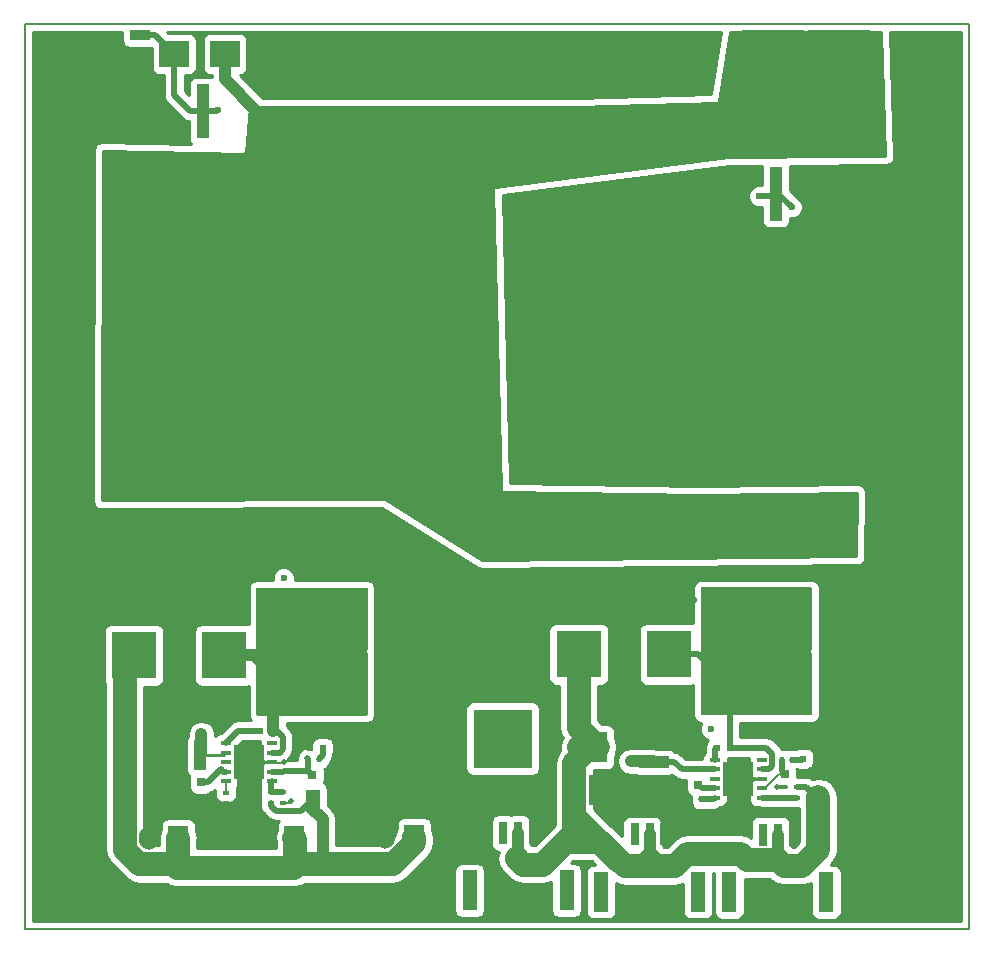
<source format=gbr>
%TF.GenerationSoftware,KiCad,Pcbnew,4.0.7*%
%TF.CreationDate,2018-04-08T16:14:44+02:00*%
%TF.ProjectId,power_board,706F7765725F626F6172642E6B696361,rev?*%
%TF.FileFunction,Copper,L1,Top,Plane*%
%FSLAX46Y46*%
G04 Gerber Fmt 4.6, Leading zero omitted, Abs format (unit mm)*
G04 Created by KiCad (PCBNEW 4.0.7) date 04/08/18 16:14:44*
%MOMM*%
%LPD*%
G01*
G04 APERTURE LIST*
%ADD10C,0.150000*%
%ADD11C,3.100000*%
%ADD12C,0.500000*%
%ADD13R,2.400000X2.400000*%
%ADD14C,2.400000*%
%ADD15R,2.500000X1.000000*%
%ADD16R,0.500000X0.600000*%
%ADD17R,0.800000X0.750000*%
%ADD18R,0.600000X0.500000*%
%ADD19R,1.600000X2.600000*%
%ADD20R,1.000000X2.500000*%
%ADD21R,0.750000X0.800000*%
%ADD22R,4.600000X1.100000*%
%ADD23R,9.400000X10.800000*%
%ADD24R,4.550000X5.250000*%
%ADD25R,2.500000X2.300000*%
%ADD26C,5.000000*%
%ADD27R,0.800000X1.900000*%
%ADD28R,1.300000X3.350000*%
%ADD29R,1.700000X2.000000*%
%ADD30O,1.700000X2.000000*%
%ADD31R,3.850000X4.000000*%
%ADD32R,1.100000X4.600000*%
%ADD33R,10.800000X9.400000*%
%ADD34R,5.250000X4.550000*%
%ADD35R,0.400000X0.600000*%
%ADD36R,0.600000X0.400000*%
%ADD37R,1.700000X0.900000*%
%ADD38R,0.850000X0.350000*%
%ADD39R,2.600000X3.000000*%
%ADD40R,5.000000X5.000000*%
%ADD41R,1.245000X1.800000*%
%ADD42C,0.600000*%
%ADD43C,1.000000*%
%ADD44C,0.200000*%
%ADD45C,0.250000*%
%ADD46C,0.500000*%
%ADD47C,2.000000*%
%ADD48C,0.254000*%
G04 APERTURE END LIST*
D10*
X104000000Y-119820000D02*
X184000000Y-119820000D01*
X104000000Y-43120000D02*
X184000000Y-43120000D01*
X184000000Y-43120000D02*
X184000000Y-119820000D01*
X104000000Y-43120000D02*
X104000000Y-119820000D01*
D11*
X107560000Y-116000000D03*
X108020000Y-47170000D03*
X179030000Y-113590000D03*
X179660000Y-60110000D03*
D12*
X173420000Y-59410000D03*
X173540000Y-55250000D03*
X112820000Y-46500000D03*
X114550000Y-52670000D03*
X114790000Y-48700000D03*
X153430000Y-109160000D03*
X153480000Y-106960000D03*
X147600000Y-111920000D03*
X147480000Y-110680000D03*
X123460000Y-106440000D03*
X122290000Y-106380000D03*
X123430000Y-104770000D03*
X122230000Y-104840000D03*
X164990000Y-107890000D03*
X163650000Y-107930000D03*
X165100000Y-106080000D03*
X163630000Y-106060000D03*
X159130000Y-107090000D03*
X160070000Y-109200000D03*
X167670000Y-107740000D03*
X170510000Y-106300000D03*
X170350000Y-103920000D03*
X139550000Y-98160000D03*
X135330000Y-98170000D03*
X135450000Y-94470000D03*
X139720000Y-94510000D03*
X116560000Y-103760000D03*
X116640000Y-106430000D03*
X121380000Y-109420000D03*
X119510000Y-109280000D03*
X126540000Y-108930000D03*
X125990000Y-105670000D03*
X127510000Y-104420000D03*
X130430000Y-106270000D03*
X132500000Y-109810000D03*
X132390000Y-107820000D03*
X158760000Y-112160000D03*
X158630000Y-110740000D03*
X169440000Y-112260000D03*
X169430000Y-110780000D03*
X176170000Y-89350000D03*
D13*
X157330000Y-52470000D03*
D14*
X157330000Y-47470000D03*
D13*
X141510000Y-63390000D03*
D14*
X146510000Y-63390000D03*
D13*
X170210000Y-85050000D03*
D14*
X170210000Y-80050000D03*
D13*
X156750000Y-85140000D03*
D14*
X156750000Y-80140000D03*
D13*
X141660000Y-76610000D03*
D14*
X146660000Y-76610000D03*
D13*
X144110000Y-52530000D03*
D14*
X144110000Y-47530000D03*
D13*
X130900000Y-52340000D03*
D14*
X130900000Y-47340000D03*
D13*
X117960000Y-81320000D03*
D14*
X117960000Y-86320000D03*
D13*
X131630000Y-81170000D03*
D14*
X131630000Y-86170000D03*
D15*
X157269847Y-105655339D03*
X157269847Y-108655339D03*
D16*
X169944007Y-105370715D03*
X169944007Y-104270715D03*
D17*
X169874007Y-106670715D03*
X168374007Y-106670715D03*
X159554007Y-107560715D03*
X161054007Y-107560715D03*
D18*
X163710000Y-104440000D03*
X162610000Y-104440000D03*
D19*
X152550000Y-104400000D03*
X152550000Y-108000000D03*
D20*
X118856567Y-105090779D03*
X115856567Y-105090779D03*
D18*
X129236567Y-104430779D03*
X128136567Y-104430779D03*
D17*
X129856567Y-106730779D03*
X128356567Y-106730779D03*
D21*
X118946567Y-108850779D03*
X118946567Y-107350779D03*
D18*
X125071431Y-102987911D03*
X123971431Y-102987911D03*
D22*
X175109400Y-98815012D03*
X175109400Y-93735012D03*
D23*
X165959400Y-96275012D03*
D24*
X163534400Y-93500012D03*
X168384400Y-99050012D03*
X163534400Y-99050012D03*
X168384400Y-93500012D03*
D22*
X137475000Y-98835000D03*
X137475000Y-93755000D03*
D23*
X128325000Y-96295000D03*
D24*
X125900000Y-93520000D03*
X130750000Y-99070000D03*
X125900000Y-99070000D03*
X130750000Y-93520000D03*
D25*
X120970000Y-45700000D03*
X116670000Y-45700000D03*
D26*
X171830000Y-67340000D03*
X160450000Y-67360000D03*
X154630000Y-67400000D03*
X160430000Y-73080000D03*
X165960000Y-73140000D03*
X171600000Y-73110000D03*
X166090000Y-67390000D03*
X154630000Y-73100000D03*
D27*
X155665001Y-111780000D03*
X156915001Y-111780000D03*
X158165001Y-111780000D03*
D28*
X152815001Y-116655000D03*
X161015001Y-116655000D03*
D27*
X166530000Y-111790000D03*
X167780000Y-111790000D03*
X169030000Y-111790000D03*
D28*
X163680000Y-116665000D03*
X171880000Y-116665000D03*
D27*
X144535001Y-111650000D03*
X145785001Y-111650000D03*
X147035001Y-111650000D03*
D28*
X141685001Y-116525000D03*
X149885001Y-116525000D03*
D29*
X126830000Y-112100000D03*
D30*
X124330000Y-112100000D03*
D29*
X117030000Y-112060000D03*
D30*
X114530000Y-112060000D03*
D29*
X136990000Y-111960000D03*
D30*
X134490000Y-111960000D03*
D31*
X158575000Y-96530000D03*
X150925000Y-96530000D03*
X120910000Y-96610000D03*
X113260000Y-96610000D03*
D32*
X167605000Y-57525000D03*
X172685000Y-57525000D03*
D33*
X170145000Y-48375000D03*
D34*
X172920000Y-45950000D03*
X167370000Y-50800000D03*
X167370000Y-45950000D03*
X172920000Y-50800000D03*
D32*
X119080000Y-50555000D03*
X114000000Y-50555000D03*
D33*
X116540000Y-59705000D03*
D34*
X113765000Y-62130000D03*
X119315000Y-57280000D03*
X119315000Y-62130000D03*
X113765000Y-57280000D03*
D35*
X168104007Y-105450715D03*
X169004007Y-105450715D03*
X161294007Y-108790715D03*
X160394007Y-108790715D03*
D36*
X169401178Y-107772170D03*
X169401178Y-108672170D03*
X168321178Y-108672170D03*
X168321178Y-107772170D03*
D37*
X113770000Y-44090000D03*
X113770000Y-46990000D03*
D35*
X128016567Y-105390779D03*
X128916567Y-105390779D03*
D36*
X121061431Y-108227911D03*
X121061431Y-109127911D03*
X124858515Y-109112519D03*
X124858515Y-108212519D03*
X125908515Y-108212519D03*
X125908515Y-109112519D03*
D38*
X162464007Y-105470715D03*
X162464007Y-106270715D03*
X162464007Y-107070715D03*
X162464007Y-107870715D03*
X162464007Y-108670715D03*
X166424007Y-108670715D03*
X166424007Y-107870715D03*
X166424007Y-107070715D03*
X166424007Y-106270715D03*
X166424007Y-105470715D03*
D39*
X164444007Y-107070715D03*
D38*
X121026567Y-104050779D03*
X121026567Y-104850779D03*
X121026567Y-105650779D03*
X121026567Y-106450779D03*
X121026567Y-107250779D03*
X124986567Y-107250779D03*
X124986567Y-106450779D03*
X124986567Y-105650779D03*
X124986567Y-104850779D03*
X124986567Y-104050779D03*
D39*
X123006567Y-105650779D03*
D40*
X123150000Y-67882000D03*
X128668172Y-73835894D03*
X128656761Y-67877405D03*
X117636267Y-67865561D03*
X123175525Y-73834743D03*
X134156761Y-67887405D03*
X134168172Y-73845894D03*
X117675525Y-73844743D03*
X144480000Y-103670000D03*
D26*
X144600000Y-97070000D03*
D40*
X134160000Y-62420000D03*
D26*
X154510000Y-61740000D03*
D41*
X128417500Y-108860000D03*
X131602500Y-108860000D03*
D42*
X122610000Y-100000000D03*
X160670000Y-91950000D03*
X176100000Y-102430000D03*
X174860000Y-102430000D03*
X155310000Y-105580000D03*
X118970000Y-103270000D03*
X125930000Y-90080000D03*
X162090000Y-102860000D03*
X168970000Y-58670000D03*
X166200000Y-57740000D03*
X120410000Y-50410000D03*
D43*
X120970000Y-45700000D02*
X120970000Y-47850000D01*
X120970000Y-47850000D02*
X123690000Y-50570000D01*
D44*
X125908515Y-109112519D02*
X126357481Y-109112519D01*
X126357481Y-109112519D02*
X126540000Y-108930000D01*
D45*
X166424007Y-107070715D02*
X164444007Y-107070715D01*
D46*
X175109400Y-93735012D02*
X175109400Y-90540598D01*
X175109400Y-90540598D02*
X176140000Y-89509998D01*
D44*
X175109400Y-98815012D02*
X175109400Y-101439400D01*
X175109400Y-101439400D02*
X176100000Y-102430000D01*
X175109400Y-98815012D02*
X175109400Y-102180600D01*
X175109400Y-102180600D02*
X174860000Y-102430000D01*
X113380000Y-48410000D02*
X113380000Y-49935000D01*
X113380000Y-49935000D02*
X114000000Y-50555000D01*
X112830000Y-46490000D02*
X113270000Y-46490000D01*
X113270000Y-46490000D02*
X113770000Y-46990000D01*
X168321178Y-107772170D02*
X167847830Y-107772170D01*
X167847830Y-107772170D02*
X167840000Y-107780000D01*
X168321178Y-107772170D02*
X168207830Y-107772170D01*
X123006567Y-105650779D02*
X124986567Y-105650779D01*
X125770000Y-105690000D02*
X125025788Y-105690000D01*
X125025788Y-105690000D02*
X124986567Y-105650779D01*
X169340000Y-106240000D02*
X169443292Y-106240000D01*
X169443292Y-106240000D02*
X169874007Y-106670715D01*
D43*
X155310000Y-105580000D02*
X157194508Y-105580000D01*
X157194508Y-105580000D02*
X157269847Y-105655339D01*
X118970000Y-103270000D02*
X118970000Y-104977346D01*
X118970000Y-104977346D02*
X118856567Y-105090779D01*
D45*
X118856567Y-105090779D02*
X120786567Y-105090779D01*
X120786567Y-105090779D02*
X121026567Y-104850779D01*
D43*
X118856567Y-105405777D02*
X118856567Y-105090779D01*
D46*
X157269847Y-105655339D02*
X159019847Y-105655339D01*
X161539007Y-106270715D02*
X162464007Y-106270715D01*
X159019847Y-105655339D02*
X159635223Y-106270715D01*
X159635223Y-106270715D02*
X161539007Y-106270715D01*
X169004007Y-105450715D02*
X169864007Y-105450715D01*
X169864007Y-105450715D02*
X169944007Y-105370715D01*
D44*
X168374007Y-106670715D02*
X167874007Y-106670715D01*
X167874007Y-106670715D02*
X166674007Y-107870715D01*
X166674007Y-107870715D02*
X166424007Y-107870715D01*
D46*
X168374007Y-106670715D02*
X168104007Y-106400715D01*
X168104007Y-106400715D02*
X168104007Y-105450715D01*
X168112631Y-106670715D02*
X168374007Y-106670715D01*
X161054007Y-107560715D02*
X161364007Y-107870715D01*
X161364007Y-107870715D02*
X162464007Y-107870715D01*
X163534400Y-99050012D02*
X168384400Y-99050012D01*
X168384400Y-93500012D02*
X163534400Y-93500012D01*
X163534400Y-93500012D02*
X163534400Y-99050012D01*
X158575000Y-96530000D02*
X161000000Y-96530000D01*
X161000000Y-96530000D02*
X163520012Y-99050012D01*
X163520012Y-99050012D02*
X163534400Y-99050012D01*
X163710000Y-104440000D02*
X163710000Y-99225612D01*
X163710000Y-99225612D02*
X163534400Y-99050012D01*
X166424007Y-106270715D02*
X167034009Y-106270715D01*
X167034009Y-106270715D02*
X167299008Y-106005716D01*
X167299008Y-106005716D02*
X167299008Y-104935714D01*
X167299008Y-104935714D02*
X166803294Y-104440000D01*
X166803294Y-104440000D02*
X164510000Y-104440000D01*
X164510000Y-104440000D02*
X163710000Y-104440000D01*
X162464007Y-105470715D02*
X162464007Y-104585993D01*
X162464007Y-104585993D02*
X162610000Y-104440000D01*
D43*
X167780000Y-111790000D02*
X167780000Y-113930002D01*
X167780000Y-113930002D02*
X167789999Y-113940001D01*
X156915001Y-111780000D02*
X156915001Y-112494999D01*
X156915001Y-112494999D02*
X156930000Y-112509998D01*
X156930000Y-112509998D02*
X156930000Y-114200000D01*
X145785001Y-111650000D02*
X145785001Y-113704999D01*
X145785001Y-113704999D02*
X145660000Y-113830000D01*
D46*
X156930000Y-114200000D02*
X156930000Y-114480001D01*
D47*
X156930000Y-114200000D02*
X156930000Y-113930001D01*
X146270001Y-114330001D02*
X146160001Y-114330001D01*
X146160001Y-114330001D02*
X145660000Y-113830000D01*
X145660000Y-113830000D02*
X145660000Y-113800001D01*
X154855000Y-114480001D02*
X156930000Y-114480001D01*
X156930000Y-114480001D02*
X159049999Y-114480001D01*
D46*
X169401178Y-107772170D02*
X170201178Y-107772170D01*
X170201178Y-107772170D02*
X171029009Y-108600001D01*
X171029009Y-108600001D02*
X171210001Y-108600001D01*
D47*
X167789999Y-113940001D02*
X168299999Y-114450001D01*
X168299999Y-114450001D02*
X169826001Y-114450001D01*
X169826001Y-114450001D02*
X171210001Y-113066001D01*
X171210001Y-113066001D02*
X171210001Y-108600001D01*
X147865002Y-114330001D02*
X149795003Y-112400000D01*
X149795003Y-112400000D02*
X152774999Y-112400000D01*
X152774999Y-112400000D02*
X154855000Y-114480001D01*
X164639998Y-113410000D02*
X165169999Y-113940001D01*
X159049999Y-114480001D02*
X160120000Y-113410000D01*
X160120000Y-113410000D02*
X164639998Y-113410000D01*
X165169999Y-113940001D02*
X167789999Y-113940001D01*
X150549999Y-110260001D02*
X150549999Y-111645004D01*
X150549999Y-111645004D02*
X147865002Y-114330001D01*
X147865002Y-114330001D02*
X146270001Y-114330001D01*
X154419998Y-114130000D02*
X150549999Y-110260001D01*
X152550000Y-104400000D02*
X151889998Y-104400000D01*
X151889998Y-104400000D02*
X150549999Y-105739999D01*
X150549999Y-105739999D02*
X150549999Y-110260001D01*
X152550000Y-104400000D02*
X150960000Y-104400000D01*
X150925000Y-96530000D02*
X150925000Y-102775000D01*
X150925000Y-102775000D02*
X152550000Y-104400000D01*
D46*
X129236567Y-104430779D02*
X129236567Y-105070779D01*
X129236567Y-105070779D02*
X128916567Y-105390779D01*
X124986567Y-106450779D02*
X125911567Y-106450779D01*
X125911567Y-106450779D02*
X125971567Y-106390779D01*
X125971567Y-106390779D02*
X128016567Y-106390779D01*
X128016567Y-105390779D02*
X128016567Y-106390779D01*
X128016567Y-106390779D02*
X128356567Y-106730779D01*
X127946567Y-105320779D02*
X128016567Y-105390779D01*
X120591564Y-106275780D02*
X120645780Y-106275780D01*
X120645780Y-106275780D02*
X120820779Y-106450779D01*
X120820779Y-106450779D02*
X121026567Y-106450779D01*
X118946567Y-107350779D02*
X119516565Y-107350779D01*
X119516565Y-107350779D02*
X120591564Y-106275780D01*
X124986567Y-104850779D02*
X125596569Y-104850779D01*
X125596569Y-104850779D02*
X125861568Y-104585780D01*
X125861568Y-104585780D02*
X125861568Y-103515778D01*
X125861568Y-103515778D02*
X125333701Y-102987911D01*
X125333701Y-102987911D02*
X125071431Y-102987911D01*
D43*
X120910000Y-96610000D02*
X123440000Y-96610000D01*
X123440000Y-96610000D02*
X125900000Y-99070000D01*
X125071431Y-102987911D02*
X125071431Y-99898569D01*
X125071431Y-99898569D02*
X125900000Y-99070000D01*
D46*
X123971431Y-102987911D02*
X122089435Y-102987911D01*
X122089435Y-102987911D02*
X121026567Y-104050779D01*
X124858515Y-109112519D02*
X124858515Y-109372521D01*
X124858515Y-109372521D02*
X125248514Y-109762520D01*
X125248514Y-109762520D02*
X127447480Y-109762520D01*
X127447480Y-109762520D02*
X128350000Y-108860000D01*
X128350000Y-108860000D02*
X128417500Y-108860000D01*
D47*
X126820000Y-114600000D02*
X126820000Y-114380000D01*
X126820000Y-114380000D02*
X126900000Y-114300000D01*
X116910000Y-114600000D02*
X116910000Y-114380000D01*
X116910000Y-114380000D02*
X116990000Y-114300000D01*
D43*
X129230000Y-110470000D02*
X128176001Y-109416001D01*
D47*
X129230000Y-114300000D02*
X135199151Y-114300000D01*
X126900000Y-114300000D02*
X129230000Y-114300000D01*
D43*
X129230000Y-114300000D02*
X129230000Y-110470000D01*
D47*
X116910000Y-114600000D02*
X126820000Y-114600000D01*
X113720849Y-114300000D02*
X116990000Y-114300000D01*
X116990000Y-114300000D02*
X116990000Y-112100000D01*
X116990000Y-112100000D02*
X117030000Y-112060000D01*
X126900000Y-114300000D02*
X126900000Y-112170000D01*
X126900000Y-112170000D02*
X126830000Y-112100000D01*
X135199151Y-114300000D02*
X136990000Y-112509151D01*
X136990000Y-112509151D02*
X136990000Y-111960000D01*
X113260000Y-96610000D02*
X113260000Y-96685000D01*
X113260000Y-96685000D02*
X112479990Y-97465010D01*
X112479990Y-97465010D02*
X112479990Y-113059141D01*
X112479990Y-113059141D02*
X113720849Y-114300000D01*
D46*
X126780000Y-112050000D02*
X126830000Y-112100000D01*
X136990000Y-111810000D02*
X136990000Y-111960000D01*
X167605000Y-57525000D02*
X167825000Y-57525000D01*
X167825000Y-57525000D02*
X168970000Y-58670000D01*
X166200000Y-57740000D02*
X167390000Y-57740000D01*
X167390000Y-57740000D02*
X167605000Y-57525000D01*
X119080000Y-50555000D02*
X120265000Y-50555000D01*
X120265000Y-50555000D02*
X120410000Y-50410000D01*
X116670000Y-45700000D02*
X116670000Y-49195000D01*
X116670000Y-49195000D02*
X118030000Y-50555000D01*
X118030000Y-50555000D02*
X119080000Y-50555000D01*
X113770000Y-44090000D02*
X115060000Y-44090000D01*
X115060000Y-44090000D02*
X116670000Y-45700000D01*
X161294007Y-108790715D02*
X162344007Y-108790715D01*
X162344007Y-108790715D02*
X162464007Y-108670715D01*
X168820000Y-108672170D02*
X168082170Y-108672170D01*
X169401178Y-108672170D02*
X168820000Y-108672170D01*
X168820000Y-108672170D02*
X168818545Y-108670715D01*
X168818545Y-108670715D02*
X166424007Y-108670715D01*
D44*
X121026567Y-107250779D02*
X121026567Y-108193047D01*
X121026567Y-108193047D02*
X121061431Y-108227911D01*
D46*
X124858515Y-108212519D02*
X124858515Y-107378831D01*
X124858515Y-107378831D02*
X124986567Y-107250779D01*
X124858515Y-108212519D02*
X125908515Y-108212519D01*
D48*
G36*
X176848654Y-54344076D02*
X173727883Y-54369752D01*
X173716810Y-54365154D01*
X173364735Y-54364847D01*
X173345246Y-54372900D01*
X163608955Y-54453004D01*
X163594138Y-54453994D01*
X143814138Y-56943994D01*
X143766364Y-56960093D01*
X143728618Y-56993510D01*
X143706847Y-57038980D01*
X143703040Y-57073175D01*
X144343040Y-82663175D01*
X144354278Y-82712320D01*
X144383750Y-82753220D01*
X144426813Y-82779432D01*
X144467875Y-82786982D01*
X161197875Y-83066982D01*
X161201564Y-83066990D01*
X174471842Y-82903587D01*
X174424123Y-88224180D01*
X142735893Y-88522657D01*
X134492339Y-83367322D01*
X134424338Y-83348002D01*
X110557344Y-83472335D01*
X110636655Y-53948901D01*
X122588108Y-54126986D01*
X122637662Y-54117717D01*
X122679705Y-54089900D01*
X122707614Y-54047917D01*
X122716473Y-54011556D01*
X123065925Y-50187000D01*
X150770000Y-50187000D01*
X150773840Y-50186942D01*
X162673840Y-49826942D01*
X162722925Y-49815447D01*
X162763671Y-49785760D01*
X162795514Y-49719371D01*
X163704425Y-43830000D01*
X176491927Y-43830000D01*
X176848654Y-54344076D01*
X176848654Y-54344076D01*
G37*
X176848654Y-54344076D02*
X173727883Y-54369752D01*
X173716810Y-54365154D01*
X173364735Y-54364847D01*
X173345246Y-54372900D01*
X163608955Y-54453004D01*
X163594138Y-54453994D01*
X143814138Y-56943994D01*
X143766364Y-56960093D01*
X143728618Y-56993510D01*
X143706847Y-57038980D01*
X143703040Y-57073175D01*
X144343040Y-82663175D01*
X144354278Y-82712320D01*
X144383750Y-82753220D01*
X144426813Y-82779432D01*
X144467875Y-82786982D01*
X161197875Y-83066982D01*
X161201564Y-83066990D01*
X174471842Y-82903587D01*
X174424123Y-88224180D01*
X142735893Y-88522657D01*
X134492339Y-83367322D01*
X134424338Y-83348002D01*
X110557344Y-83472335D01*
X110636655Y-53948901D01*
X122588108Y-54126986D01*
X122637662Y-54117717D01*
X122679705Y-54089900D01*
X122707614Y-54047917D01*
X122716473Y-54011556D01*
X123065925Y-50187000D01*
X150770000Y-50187000D01*
X150773840Y-50186942D01*
X162673840Y-49826942D01*
X162722925Y-49815447D01*
X162763671Y-49785760D01*
X162795514Y-49719371D01*
X163704425Y-43830000D01*
X176491927Y-43830000D01*
X176848654Y-54344076D01*
G36*
X112272560Y-44540000D02*
X112316838Y-44775317D01*
X112455910Y-44991441D01*
X112668110Y-45136431D01*
X112920000Y-45187440D01*
X114620000Y-45187440D01*
X114772560Y-45158734D01*
X114772560Y-46850000D01*
X114816838Y-47085317D01*
X114955910Y-47301441D01*
X115168110Y-47446431D01*
X115420000Y-47497440D01*
X115785000Y-47497440D01*
X115785000Y-49194995D01*
X115784999Y-49195000D01*
X115830750Y-49425000D01*
X115852367Y-49533675D01*
X115908583Y-49617808D01*
X116044210Y-49820790D01*
X117404208Y-51180787D01*
X117404210Y-51180790D01*
X117691325Y-51372633D01*
X117882560Y-51410672D01*
X117882560Y-52855000D01*
X117926838Y-53090317D01*
X118060112Y-53297431D01*
X110519461Y-53185070D01*
X110280795Y-53227809D01*
X110068457Y-53363639D01*
X109925695Y-53571379D01*
X109875002Y-53818294D01*
X109795002Y-83598294D01*
X109839637Y-83833874D01*
X109977140Y-84045132D01*
X110186000Y-84186250D01*
X110433308Y-84234991D01*
X134244308Y-84110950D01*
X142363304Y-89188388D01*
X142705981Y-89284972D01*
X174555981Y-88984972D01*
X174775481Y-88943619D01*
X174988667Y-88809125D01*
X175132732Y-88602287D01*
X175184974Y-88355695D01*
X175234974Y-82780695D01*
X175188686Y-82536938D01*
X175049687Y-82326662D01*
X174839829Y-82187032D01*
X174592182Y-82140048D01*
X161201397Y-82304935D01*
X145089575Y-82035281D01*
X144479162Y-57628292D01*
X163652412Y-55214673D01*
X166414253Y-55191950D01*
X166407560Y-55225000D01*
X166407560Y-56813783D01*
X166386799Y-56805162D01*
X166014833Y-56804838D01*
X165671057Y-56946883D01*
X165407808Y-57209673D01*
X165265162Y-57553201D01*
X165264838Y-57925167D01*
X165406883Y-58268943D01*
X165669673Y-58532192D01*
X166013201Y-58674838D01*
X166385167Y-58675162D01*
X166407560Y-58665909D01*
X166407560Y-59825000D01*
X166451838Y-60060317D01*
X166590910Y-60276441D01*
X166803110Y-60421431D01*
X167055000Y-60472440D01*
X168155000Y-60472440D01*
X168390317Y-60428162D01*
X168606441Y-60289090D01*
X168751431Y-60076890D01*
X168802440Y-59825000D01*
X168802440Y-59604855D01*
X169155167Y-59605162D01*
X169498943Y-59463117D01*
X169762192Y-59200327D01*
X169904838Y-58856799D01*
X169905162Y-58484833D01*
X169763117Y-58141057D01*
X169500327Y-57877808D01*
X169379013Y-57827434D01*
X168802440Y-57250860D01*
X168802440Y-55225000D01*
X168792539Y-55172383D01*
X176985224Y-55104979D01*
X177230722Y-55053407D01*
X177437947Y-54909897D01*
X177573012Y-54697073D01*
X177614635Y-54448468D01*
X177254366Y-43830000D01*
X183290000Y-43830000D01*
X183290000Y-119110000D01*
X104710000Y-119110000D01*
X104710000Y-94610000D01*
X110687560Y-94610000D01*
X110687560Y-98610000D01*
X110731838Y-98845317D01*
X110844990Y-99021160D01*
X110844990Y-113059136D01*
X110844989Y-113059141D01*
X110969447Y-113684829D01*
X111323870Y-114215261D01*
X112564727Y-115456117D01*
X112564729Y-115456120D01*
X113095162Y-115810543D01*
X113720849Y-115935001D01*
X113720854Y-115935000D01*
X116021594Y-115935000D01*
X116284313Y-116110543D01*
X116910000Y-116235000D01*
X126820000Y-116235000D01*
X127445687Y-116110543D01*
X127708406Y-115935000D01*
X135199146Y-115935000D01*
X135199151Y-115935001D01*
X135824839Y-115810543D01*
X136355271Y-115456120D01*
X136961391Y-114850000D01*
X140387561Y-114850000D01*
X140387561Y-118200000D01*
X140431839Y-118435317D01*
X140570911Y-118651441D01*
X140783111Y-118796431D01*
X141035001Y-118847440D01*
X142335001Y-118847440D01*
X142570318Y-118803162D01*
X142786442Y-118664090D01*
X142931432Y-118451890D01*
X142982441Y-118200000D01*
X142982441Y-114850000D01*
X142938163Y-114614683D01*
X142799091Y-114398559D01*
X142586891Y-114253569D01*
X142335001Y-114202560D01*
X141035001Y-114202560D01*
X140799684Y-114246838D01*
X140583560Y-114385910D01*
X140438570Y-114598110D01*
X140387561Y-114850000D01*
X136961391Y-114850000D01*
X138146120Y-113665271D01*
X138500543Y-113134839D01*
X138625001Y-112509151D01*
X138625000Y-112509146D01*
X138625000Y-111960000D01*
X138500543Y-111334313D01*
X138487440Y-111314703D01*
X138487440Y-110960000D01*
X138443162Y-110724683D01*
X138427279Y-110700000D01*
X143487561Y-110700000D01*
X143487561Y-112600000D01*
X143531839Y-112835317D01*
X143670911Y-113051441D01*
X143883111Y-113196431D01*
X144134915Y-113247423D01*
X144025000Y-113800001D01*
X144025000Y-113829995D01*
X144024999Y-113830000D01*
X144149457Y-114455688D01*
X144503880Y-114986120D01*
X145003879Y-115486118D01*
X145003881Y-115486121D01*
X145234991Y-115640543D01*
X145534313Y-115840544D01*
X146160001Y-115965001D01*
X147864997Y-115965001D01*
X147865002Y-115965002D01*
X148490690Y-115840544D01*
X148587561Y-115775817D01*
X148587561Y-118200000D01*
X148631839Y-118435317D01*
X148770911Y-118651441D01*
X148983111Y-118796431D01*
X149235001Y-118847440D01*
X150535001Y-118847440D01*
X150770318Y-118803162D01*
X150986442Y-118664090D01*
X151131432Y-118451890D01*
X151182441Y-118200000D01*
X151182441Y-114850000D01*
X151138163Y-114614683D01*
X150999091Y-114398559D01*
X150786891Y-114253569D01*
X150535001Y-114202560D01*
X150304683Y-114202560D01*
X150472242Y-114035000D01*
X152012758Y-114035000D01*
X152310318Y-114332560D01*
X152165001Y-114332560D01*
X151929684Y-114376838D01*
X151713560Y-114515910D01*
X151568570Y-114728110D01*
X151517561Y-114980000D01*
X151517561Y-118330000D01*
X151561839Y-118565317D01*
X151700911Y-118781441D01*
X151913111Y-118926431D01*
X152165001Y-118977440D01*
X153465001Y-118977440D01*
X153700318Y-118933162D01*
X153916442Y-118794090D01*
X154061432Y-118581890D01*
X154112441Y-118330000D01*
X154112441Y-115912453D01*
X154229313Y-115990544D01*
X154855000Y-116115002D01*
X154855005Y-116115001D01*
X159049994Y-116115001D01*
X159049999Y-116115002D01*
X159675687Y-115990544D01*
X159717561Y-115962565D01*
X159717561Y-118330000D01*
X159761839Y-118565317D01*
X159900911Y-118781441D01*
X160113111Y-118926431D01*
X160365001Y-118977440D01*
X161665001Y-118977440D01*
X161900318Y-118933162D01*
X162116442Y-118794090D01*
X162261432Y-118581890D01*
X162312441Y-118330000D01*
X162312441Y-115045000D01*
X162382560Y-115045000D01*
X162382560Y-118340000D01*
X162426838Y-118575317D01*
X162565910Y-118791441D01*
X162778110Y-118936431D01*
X163030000Y-118987440D01*
X164330000Y-118987440D01*
X164565317Y-118943162D01*
X164781441Y-118804090D01*
X164926431Y-118591890D01*
X164977440Y-118340000D01*
X164977440Y-115536699D01*
X165169999Y-115575002D01*
X165170004Y-115575001D01*
X167112759Y-115575001D01*
X167143879Y-115606121D01*
X167674311Y-115960544D01*
X168299999Y-116085002D01*
X168300004Y-116085001D01*
X169825996Y-116085001D01*
X169826001Y-116085002D01*
X170451689Y-115960544D01*
X170582560Y-115873099D01*
X170582560Y-118340000D01*
X170626838Y-118575317D01*
X170765910Y-118791441D01*
X170978110Y-118936431D01*
X171230000Y-118987440D01*
X172530000Y-118987440D01*
X172765317Y-118943162D01*
X172981441Y-118804090D01*
X173126431Y-118591890D01*
X173177440Y-118340000D01*
X173177440Y-114990000D01*
X173133162Y-114754683D01*
X172994090Y-114538559D01*
X172781890Y-114393569D01*
X172530000Y-114342560D01*
X172245681Y-114342560D01*
X172366118Y-114222123D01*
X172366121Y-114222121D01*
X172720544Y-113691688D01*
X172745925Y-113564090D01*
X172845002Y-113066001D01*
X172845001Y-113065996D01*
X172845001Y-108600001D01*
X172720544Y-107974314D01*
X172366121Y-107443881D01*
X171835688Y-107089458D01*
X171210001Y-106965001D01*
X170705655Y-107065322D01*
X170539853Y-106954537D01*
X170452745Y-106937210D01*
X170201178Y-106887169D01*
X170201173Y-106887170D01*
X169421447Y-106887170D01*
X169421447Y-106357241D01*
X169439324Y-106353877D01*
X169467549Y-106335715D01*
X169864002Y-106335715D01*
X169864007Y-106335716D01*
X169952290Y-106318155D01*
X170194007Y-106318155D01*
X170429324Y-106273877D01*
X170645448Y-106134805D01*
X170790438Y-105922605D01*
X170841447Y-105670715D01*
X170841447Y-105070715D01*
X170797169Y-104835398D01*
X170658097Y-104619274D01*
X170445897Y-104474284D01*
X170194007Y-104423275D01*
X169694007Y-104423275D01*
X169458690Y-104467553D01*
X169355501Y-104533953D01*
X169204007Y-104503275D01*
X168804007Y-104503275D01*
X168568690Y-104547553D01*
X168557028Y-104555057D01*
X168555897Y-104554284D01*
X168304007Y-104503275D01*
X168053990Y-104503275D01*
X167924798Y-104309924D01*
X167924795Y-104309922D01*
X167429084Y-103814210D01*
X167415284Y-103804989D01*
X167141969Y-103622367D01*
X167085778Y-103611190D01*
X166803294Y-103554999D01*
X166803289Y-103555000D01*
X164595000Y-103555000D01*
X164595000Y-102322452D01*
X170659400Y-102322452D01*
X170894717Y-102278174D01*
X171110841Y-102139102D01*
X171255831Y-101926902D01*
X171306840Y-101675012D01*
X171306840Y-90875012D01*
X171262562Y-90639695D01*
X171123490Y-90423571D01*
X170911290Y-90278581D01*
X170659400Y-90227572D01*
X161259400Y-90227572D01*
X161024083Y-90271850D01*
X160807959Y-90410922D01*
X160662969Y-90623122D01*
X160611960Y-90875012D01*
X160611960Y-93905232D01*
X160500000Y-93882560D01*
X156650000Y-93882560D01*
X156414683Y-93926838D01*
X156198559Y-94065910D01*
X156053569Y-94278110D01*
X156002560Y-94530000D01*
X156002560Y-98530000D01*
X156046838Y-98765317D01*
X156185910Y-98981441D01*
X156398110Y-99126431D01*
X156650000Y-99177440D01*
X160500000Y-99177440D01*
X160611960Y-99156373D01*
X160611960Y-101675012D01*
X160656238Y-101910329D01*
X160795310Y-102126453D01*
X161007510Y-102271443D01*
X161259400Y-102322452D01*
X161305042Y-102322452D01*
X161297808Y-102329673D01*
X161155162Y-102673201D01*
X161154838Y-103045167D01*
X161296883Y-103388943D01*
X161559673Y-103652192D01*
X161831738Y-103765164D01*
X161713569Y-103938110D01*
X161662560Y-104190000D01*
X161662560Y-104223094D01*
X161646374Y-104247318D01*
X161646374Y-104247319D01*
X161579006Y-104585993D01*
X161579007Y-104585998D01*
X161579007Y-104844152D01*
X161442576Y-105043825D01*
X161391567Y-105295715D01*
X161391567Y-105385715D01*
X160001802Y-105385715D01*
X159645637Y-105029549D01*
X159618907Y-105011689D01*
X159358522Y-104837706D01*
X159280619Y-104822210D01*
X159027694Y-104771899D01*
X158983937Y-104703898D01*
X158771737Y-104558908D01*
X158519847Y-104507899D01*
X157510722Y-104507899D01*
X157194508Y-104445000D01*
X155310000Y-104445000D01*
X154875654Y-104531397D01*
X154507434Y-104777434D01*
X154261397Y-105145654D01*
X154175000Y-105580000D01*
X154261397Y-106014346D01*
X154507434Y-106382566D01*
X154875654Y-106628603D01*
X155310000Y-106715000D01*
X155714142Y-106715000D01*
X155767957Y-106751770D01*
X156019847Y-106802779D01*
X158519847Y-106802779D01*
X158755164Y-106758501D01*
X158825908Y-106712979D01*
X159009431Y-106896502D01*
X159009433Y-106896505D01*
X159268271Y-107069454D01*
X159296548Y-107088348D01*
X159635223Y-107155716D01*
X159635228Y-107155715D01*
X160012642Y-107155715D01*
X160006567Y-107185715D01*
X160006567Y-107935715D01*
X160050845Y-108171032D01*
X160189917Y-108387156D01*
X160402117Y-108532146D01*
X160446567Y-108541147D01*
X160446567Y-108601889D01*
X160409007Y-108790715D01*
X160446567Y-108979541D01*
X160446567Y-109090715D01*
X160490845Y-109326032D01*
X160629917Y-109542156D01*
X160842117Y-109687146D01*
X161094007Y-109738155D01*
X161494007Y-109738155D01*
X161729324Y-109693877D01*
X161757549Y-109675715D01*
X162344002Y-109675715D01*
X162344007Y-109675716D01*
X162626491Y-109619525D01*
X162682682Y-109608348D01*
X162855082Y-109493155D01*
X162889007Y-109493155D01*
X163124324Y-109448877D01*
X163340448Y-109309805D01*
X163485438Y-109097605D01*
X163536447Y-108845715D01*
X163536447Y-108495715D01*
X163492556Y-108262455D01*
X163536447Y-108045715D01*
X163536447Y-107695715D01*
X163492556Y-107462455D01*
X163536447Y-107245715D01*
X163536447Y-106895715D01*
X163492556Y-106662455D01*
X163536447Y-106445715D01*
X163536447Y-106095715D01*
X163492556Y-105862455D01*
X163536447Y-105645715D01*
X163536447Y-105337440D01*
X164010000Y-105337440D01*
X164076113Y-105325000D01*
X165351567Y-105325000D01*
X165351567Y-105645715D01*
X165395458Y-105878975D01*
X165351567Y-106095715D01*
X165351567Y-106445715D01*
X165395845Y-106681032D01*
X165534917Y-106897156D01*
X165747117Y-107042146D01*
X165884127Y-107069891D01*
X165763690Y-107092553D01*
X165547566Y-107231625D01*
X165402576Y-107443825D01*
X165351567Y-107695715D01*
X165351567Y-108045715D01*
X165395458Y-108278975D01*
X165351567Y-108495715D01*
X165351567Y-108845715D01*
X165395845Y-109081032D01*
X165534917Y-109297156D01*
X165747117Y-109442146D01*
X165999007Y-109493155D01*
X166109498Y-109493155D01*
X166424007Y-109555715D01*
X168074855Y-109555715D01*
X168082170Y-109557170D01*
X168819995Y-109557170D01*
X168820000Y-109557171D01*
X168820005Y-109557170D01*
X169401178Y-109557170D01*
X169575001Y-109522594D01*
X169575001Y-112388762D01*
X169148761Y-112815001D01*
X168977239Y-112815001D01*
X168946119Y-112783881D01*
X168915000Y-112763088D01*
X168915000Y-111790000D01*
X168828603Y-111355654D01*
X168827440Y-111353913D01*
X168827440Y-110840000D01*
X168783162Y-110604683D01*
X168644090Y-110388559D01*
X168431890Y-110243569D01*
X168180000Y-110192560D01*
X167380000Y-110192560D01*
X167146740Y-110236451D01*
X166930000Y-110192560D01*
X166130000Y-110192560D01*
X165894683Y-110236838D01*
X165678559Y-110375910D01*
X165533569Y-110588110D01*
X165482560Y-110840000D01*
X165482560Y-112044367D01*
X165265686Y-111899457D01*
X164639998Y-111774999D01*
X164639993Y-111775000D01*
X160120005Y-111775000D01*
X160120000Y-111774999D01*
X159494312Y-111899457D01*
X158963880Y-112253880D01*
X158372759Y-112845001D01*
X158133641Y-112845001D01*
X158086120Y-112773881D01*
X158065000Y-112759769D01*
X158065000Y-112509998D01*
X158050001Y-112434593D01*
X158050001Y-111780000D01*
X157963604Y-111345654D01*
X157962441Y-111343913D01*
X157962441Y-110830000D01*
X157918163Y-110594683D01*
X157779091Y-110378559D01*
X157566891Y-110233569D01*
X157315001Y-110182560D01*
X156515001Y-110182560D01*
X156281741Y-110226451D01*
X156065001Y-110182560D01*
X155265001Y-110182560D01*
X155029684Y-110226838D01*
X154813560Y-110365910D01*
X154668570Y-110578110D01*
X154617561Y-110830000D01*
X154617561Y-111930322D01*
X153931119Y-111243880D01*
X153674955Y-111072717D01*
X152184999Y-109582761D01*
X152184999Y-106417239D01*
X152254798Y-106347440D01*
X153350000Y-106347440D01*
X153585317Y-106303162D01*
X153801441Y-106164090D01*
X153946431Y-105951890D01*
X153997440Y-105700000D01*
X153997440Y-105120128D01*
X154060543Y-105025688D01*
X154185001Y-104400000D01*
X154060543Y-103774312D01*
X153997440Y-103679872D01*
X153997440Y-103100000D01*
X153953162Y-102864683D01*
X153814090Y-102648559D01*
X153601890Y-102503569D01*
X153350000Y-102452560D01*
X152914800Y-102452560D01*
X152560000Y-102097760D01*
X152560000Y-99177440D01*
X152850000Y-99177440D01*
X153085317Y-99133162D01*
X153301441Y-98994090D01*
X153446431Y-98781890D01*
X153497440Y-98530000D01*
X153497440Y-94530000D01*
X153453162Y-94294683D01*
X153314090Y-94078559D01*
X153101890Y-93933569D01*
X152850000Y-93882560D01*
X149000000Y-93882560D01*
X148764683Y-93926838D01*
X148548559Y-94065910D01*
X148403569Y-94278110D01*
X148352560Y-94530000D01*
X148352560Y-98530000D01*
X148396838Y-98765317D01*
X148535910Y-98981441D01*
X148748110Y-99126431D01*
X149000000Y-99177440D01*
X149290000Y-99177440D01*
X149290000Y-102774995D01*
X149289999Y-102775000D01*
X149414457Y-103400688D01*
X149556781Y-103613691D01*
X149449457Y-103774313D01*
X149325000Y-104400000D01*
X149368986Y-104621134D01*
X149039456Y-105114311D01*
X148914998Y-105739999D01*
X148914999Y-105740004D01*
X148914999Y-110259996D01*
X148914998Y-110260001D01*
X148914999Y-110260006D01*
X148914999Y-110967765D01*
X148638885Y-111243879D01*
X148638883Y-111243880D01*
X148638882Y-111243882D01*
X147628883Y-112253880D01*
X147187762Y-112695001D01*
X146920001Y-112695001D01*
X146920001Y-111650000D01*
X146833604Y-111215654D01*
X146832441Y-111213913D01*
X146832441Y-110700000D01*
X146788163Y-110464683D01*
X146649091Y-110248559D01*
X146436891Y-110103569D01*
X146185001Y-110052560D01*
X145385001Y-110052560D01*
X145151741Y-110096451D01*
X144935001Y-110052560D01*
X144135001Y-110052560D01*
X143899684Y-110096838D01*
X143683560Y-110235910D01*
X143538570Y-110448110D01*
X143487561Y-110700000D01*
X138427279Y-110700000D01*
X138304090Y-110508559D01*
X138091890Y-110363569D01*
X137840000Y-110312560D01*
X136140000Y-110312560D01*
X135904683Y-110356838D01*
X135688559Y-110495910D01*
X135543569Y-110708110D01*
X135492560Y-110960000D01*
X135492560Y-111314703D01*
X135479457Y-111334313D01*
X135386805Y-111800106D01*
X134521911Y-112665000D01*
X130365000Y-112665000D01*
X130365000Y-110470000D01*
X130356049Y-110424999D01*
X130278604Y-110035655D01*
X130032566Y-109667434D01*
X129687440Y-109322308D01*
X129687440Y-107960000D01*
X129643162Y-107724683D01*
X129504090Y-107508559D01*
X129330801Y-107390156D01*
X129352998Y-107357669D01*
X129404007Y-107105779D01*
X129404007Y-106355779D01*
X129387999Y-106270702D01*
X129568008Y-106154869D01*
X129712998Y-105942669D01*
X129737563Y-105821362D01*
X129862354Y-105696571D01*
X129862357Y-105696569D01*
X130054200Y-105409454D01*
X130121567Y-105070779D01*
X130121567Y-104949399D01*
X130132998Y-104932669D01*
X130184007Y-104680779D01*
X130184007Y-104180779D01*
X130139729Y-103945462D01*
X130000657Y-103729338D01*
X129788457Y-103584348D01*
X129536567Y-103533339D01*
X128936567Y-103533339D01*
X128701250Y-103577617D01*
X128485126Y-103716689D01*
X128340136Y-103928889D01*
X128289127Y-104180779D01*
X128289127Y-104458033D01*
X128216567Y-104443339D01*
X127984578Y-104443339D01*
X127946567Y-104435778D01*
X127908556Y-104443339D01*
X127816567Y-104443339D01*
X127581250Y-104487617D01*
X127365126Y-104626689D01*
X127220136Y-104838889D01*
X127218183Y-104848533D01*
X127128934Y-104982105D01*
X127061566Y-105320779D01*
X127098366Y-105505779D01*
X126178643Y-105505779D01*
X126222359Y-105476569D01*
X126487355Y-105211572D01*
X126487358Y-105211570D01*
X126679201Y-104924455D01*
X126684299Y-104898825D01*
X126746569Y-104585780D01*
X126746568Y-104585775D01*
X126746568Y-103515783D01*
X126746569Y-103515778D01*
X126689393Y-103228339D01*
X126679201Y-103177103D01*
X126487358Y-102889988D01*
X126487355Y-102889986D01*
X126206431Y-102609061D01*
X126206431Y-102342440D01*
X133025000Y-102342440D01*
X133260317Y-102298162D01*
X133476441Y-102159090D01*
X133621431Y-101946890D01*
X133672440Y-101695000D01*
X133672440Y-101170000D01*
X141332560Y-101170000D01*
X141332560Y-106170000D01*
X141376838Y-106405317D01*
X141515910Y-106621441D01*
X141728110Y-106766431D01*
X141980000Y-106817440D01*
X146980000Y-106817440D01*
X147215317Y-106773162D01*
X147431441Y-106634090D01*
X147576431Y-106421890D01*
X147627440Y-106170000D01*
X147627440Y-101170000D01*
X147583162Y-100934683D01*
X147444090Y-100718559D01*
X147231890Y-100573569D01*
X146980000Y-100522560D01*
X141980000Y-100522560D01*
X141744683Y-100566838D01*
X141528559Y-100705910D01*
X141383569Y-100918110D01*
X141332560Y-101170000D01*
X133672440Y-101170000D01*
X133672440Y-90895000D01*
X133628162Y-90659683D01*
X133489090Y-90443559D01*
X133276890Y-90298569D01*
X133025000Y-90247560D01*
X126864855Y-90247560D01*
X126865162Y-89894833D01*
X126723117Y-89551057D01*
X126460327Y-89287808D01*
X126116799Y-89145162D01*
X125744833Y-89144838D01*
X125401057Y-89286883D01*
X125137808Y-89549673D01*
X124995162Y-89893201D01*
X124994853Y-90247560D01*
X123625000Y-90247560D01*
X123389683Y-90291838D01*
X123173559Y-90430910D01*
X123028569Y-90643110D01*
X122977560Y-90895000D01*
X122977560Y-93991429D01*
X122835000Y-93962560D01*
X118985000Y-93962560D01*
X118749683Y-94006838D01*
X118533559Y-94145910D01*
X118388569Y-94358110D01*
X118337560Y-94610000D01*
X118337560Y-98610000D01*
X118381838Y-98845317D01*
X118520910Y-99061441D01*
X118733110Y-99206431D01*
X118985000Y-99257440D01*
X122835000Y-99257440D01*
X122977560Y-99230615D01*
X122977560Y-101695000D01*
X123021838Y-101930317D01*
X123132899Y-102102911D01*
X122089435Y-102102911D01*
X121750760Y-102170278D01*
X121463645Y-102362121D01*
X121463643Y-102362124D01*
X120596468Y-103229299D01*
X120366250Y-103272617D01*
X120150126Y-103411689D01*
X120105000Y-103477733D01*
X120105000Y-103270000D01*
X120018603Y-102835654D01*
X119772566Y-102467434D01*
X119404346Y-102221397D01*
X118970000Y-102135000D01*
X118535654Y-102221397D01*
X118167434Y-102467434D01*
X117921397Y-102835654D01*
X117835000Y-103270000D01*
X117835000Y-103479322D01*
X117760136Y-103588889D01*
X117709127Y-103840779D01*
X117709127Y-106340779D01*
X117753405Y-106576096D01*
X117892477Y-106792220D01*
X117948486Y-106830489D01*
X117924127Y-106950779D01*
X117924127Y-107750779D01*
X117968405Y-107986096D01*
X118107477Y-108202220D01*
X118319677Y-108347210D01*
X118571567Y-108398219D01*
X119321567Y-108398219D01*
X119556884Y-108353941D01*
X119773008Y-108214869D01*
X119796809Y-108180035D01*
X119842068Y-108171032D01*
X119855240Y-108168412D01*
X120121577Y-107990453D01*
X120113991Y-108027911D01*
X120113991Y-108427911D01*
X120158269Y-108663228D01*
X120297341Y-108879352D01*
X120509541Y-109024342D01*
X120761431Y-109075351D01*
X121361431Y-109075351D01*
X121596748Y-109031073D01*
X121812872Y-108892001D01*
X121957862Y-108679801D01*
X122008871Y-108427911D01*
X122008871Y-108027911D01*
X121965647Y-107798194D01*
X122047998Y-107677669D01*
X122099007Y-107425779D01*
X122099007Y-107075779D01*
X122055116Y-106842519D01*
X122099007Y-106625779D01*
X122099007Y-106275779D01*
X122055116Y-106042519D01*
X122099007Y-105825779D01*
X122099007Y-105475779D01*
X122055116Y-105242519D01*
X122099007Y-105025779D01*
X122099007Y-104675779D01*
X122055116Y-104442519D01*
X122097956Y-104230970D01*
X122456014Y-103872911D01*
X123610000Y-103872911D01*
X123671431Y-103885351D01*
X123914127Y-103885351D01*
X123914127Y-104225779D01*
X123958018Y-104459039D01*
X123914127Y-104675779D01*
X123914127Y-105025779D01*
X123958405Y-105261096D01*
X124097477Y-105477220D01*
X124309677Y-105622210D01*
X124446687Y-105649955D01*
X124326250Y-105672617D01*
X124110126Y-105811689D01*
X123965136Y-106023889D01*
X123914127Y-106275779D01*
X123914127Y-106625779D01*
X123958018Y-106859039D01*
X123914127Y-107075779D01*
X123914127Y-107425779D01*
X123958405Y-107661096D01*
X123973515Y-107684578D01*
X123973515Y-107743899D01*
X123962084Y-107760629D01*
X123911075Y-108012519D01*
X123911075Y-108412519D01*
X123955353Y-108647836D01*
X123962857Y-108659498D01*
X123962084Y-108660629D01*
X123911075Y-108912519D01*
X123911075Y-109312519D01*
X123955353Y-109547836D01*
X124032117Y-109667130D01*
X124040882Y-109711196D01*
X124133859Y-109850346D01*
X124232725Y-109998311D01*
X124622722Y-110388307D01*
X124622724Y-110388310D01*
X124909839Y-110580153D01*
X124956613Y-110589457D01*
X125248514Y-110647521D01*
X125248519Y-110647520D01*
X125520626Y-110647520D01*
X125383569Y-110848110D01*
X125332560Y-111100000D01*
X125332560Y-111454702D01*
X125319457Y-111474312D01*
X125194999Y-112100000D01*
X125265000Y-112451916D01*
X125265000Y-112965000D01*
X118625000Y-112965000D01*
X118625000Y-112261097D01*
X118665001Y-112060000D01*
X118540543Y-111434312D01*
X118527440Y-111414702D01*
X118527440Y-111060000D01*
X118483162Y-110824683D01*
X118344090Y-110608559D01*
X118131890Y-110463569D01*
X117880000Y-110412560D01*
X116180000Y-110412560D01*
X115944683Y-110456838D01*
X115728559Y-110595910D01*
X115583569Y-110808110D01*
X115532560Y-111060000D01*
X115532560Y-111394838D01*
X115479457Y-111474312D01*
X115354999Y-112100000D01*
X115355000Y-112100005D01*
X115355000Y-112665000D01*
X114398088Y-112665000D01*
X114114990Y-112381901D01*
X114114990Y-99257440D01*
X115185000Y-99257440D01*
X115420317Y-99213162D01*
X115636441Y-99074090D01*
X115781431Y-98861890D01*
X115832440Y-98610000D01*
X115832440Y-94610000D01*
X115788162Y-94374683D01*
X115649090Y-94158559D01*
X115436890Y-94013569D01*
X115185000Y-93962560D01*
X111335000Y-93962560D01*
X111099683Y-94006838D01*
X110883559Y-94145910D01*
X110738569Y-94358110D01*
X110687560Y-94610000D01*
X104710000Y-94610000D01*
X104710000Y-43830000D01*
X112272560Y-43830000D01*
X112272560Y-44540000D01*
X112272560Y-44540000D01*
G37*
X112272560Y-44540000D02*
X112316838Y-44775317D01*
X112455910Y-44991441D01*
X112668110Y-45136431D01*
X112920000Y-45187440D01*
X114620000Y-45187440D01*
X114772560Y-45158734D01*
X114772560Y-46850000D01*
X114816838Y-47085317D01*
X114955910Y-47301441D01*
X115168110Y-47446431D01*
X115420000Y-47497440D01*
X115785000Y-47497440D01*
X115785000Y-49194995D01*
X115784999Y-49195000D01*
X115830750Y-49425000D01*
X115852367Y-49533675D01*
X115908583Y-49617808D01*
X116044210Y-49820790D01*
X117404208Y-51180787D01*
X117404210Y-51180790D01*
X117691325Y-51372633D01*
X117882560Y-51410672D01*
X117882560Y-52855000D01*
X117926838Y-53090317D01*
X118060112Y-53297431D01*
X110519461Y-53185070D01*
X110280795Y-53227809D01*
X110068457Y-53363639D01*
X109925695Y-53571379D01*
X109875002Y-53818294D01*
X109795002Y-83598294D01*
X109839637Y-83833874D01*
X109977140Y-84045132D01*
X110186000Y-84186250D01*
X110433308Y-84234991D01*
X134244308Y-84110950D01*
X142363304Y-89188388D01*
X142705981Y-89284972D01*
X174555981Y-88984972D01*
X174775481Y-88943619D01*
X174988667Y-88809125D01*
X175132732Y-88602287D01*
X175184974Y-88355695D01*
X175234974Y-82780695D01*
X175188686Y-82536938D01*
X175049687Y-82326662D01*
X174839829Y-82187032D01*
X174592182Y-82140048D01*
X161201397Y-82304935D01*
X145089575Y-82035281D01*
X144479162Y-57628292D01*
X163652412Y-55214673D01*
X166414253Y-55191950D01*
X166407560Y-55225000D01*
X166407560Y-56813783D01*
X166386799Y-56805162D01*
X166014833Y-56804838D01*
X165671057Y-56946883D01*
X165407808Y-57209673D01*
X165265162Y-57553201D01*
X165264838Y-57925167D01*
X165406883Y-58268943D01*
X165669673Y-58532192D01*
X166013201Y-58674838D01*
X166385167Y-58675162D01*
X166407560Y-58665909D01*
X166407560Y-59825000D01*
X166451838Y-60060317D01*
X166590910Y-60276441D01*
X166803110Y-60421431D01*
X167055000Y-60472440D01*
X168155000Y-60472440D01*
X168390317Y-60428162D01*
X168606441Y-60289090D01*
X168751431Y-60076890D01*
X168802440Y-59825000D01*
X168802440Y-59604855D01*
X169155167Y-59605162D01*
X169498943Y-59463117D01*
X169762192Y-59200327D01*
X169904838Y-58856799D01*
X169905162Y-58484833D01*
X169763117Y-58141057D01*
X169500327Y-57877808D01*
X169379013Y-57827434D01*
X168802440Y-57250860D01*
X168802440Y-55225000D01*
X168792539Y-55172383D01*
X176985224Y-55104979D01*
X177230722Y-55053407D01*
X177437947Y-54909897D01*
X177573012Y-54697073D01*
X177614635Y-54448468D01*
X177254366Y-43830000D01*
X183290000Y-43830000D01*
X183290000Y-119110000D01*
X104710000Y-119110000D01*
X104710000Y-94610000D01*
X110687560Y-94610000D01*
X110687560Y-98610000D01*
X110731838Y-98845317D01*
X110844990Y-99021160D01*
X110844990Y-113059136D01*
X110844989Y-113059141D01*
X110969447Y-113684829D01*
X111323870Y-114215261D01*
X112564727Y-115456117D01*
X112564729Y-115456120D01*
X113095162Y-115810543D01*
X113720849Y-115935001D01*
X113720854Y-115935000D01*
X116021594Y-115935000D01*
X116284313Y-116110543D01*
X116910000Y-116235000D01*
X126820000Y-116235000D01*
X127445687Y-116110543D01*
X127708406Y-115935000D01*
X135199146Y-115935000D01*
X135199151Y-115935001D01*
X135824839Y-115810543D01*
X136355271Y-115456120D01*
X136961391Y-114850000D01*
X140387561Y-114850000D01*
X140387561Y-118200000D01*
X140431839Y-118435317D01*
X140570911Y-118651441D01*
X140783111Y-118796431D01*
X141035001Y-118847440D01*
X142335001Y-118847440D01*
X142570318Y-118803162D01*
X142786442Y-118664090D01*
X142931432Y-118451890D01*
X142982441Y-118200000D01*
X142982441Y-114850000D01*
X142938163Y-114614683D01*
X142799091Y-114398559D01*
X142586891Y-114253569D01*
X142335001Y-114202560D01*
X141035001Y-114202560D01*
X140799684Y-114246838D01*
X140583560Y-114385910D01*
X140438570Y-114598110D01*
X140387561Y-114850000D01*
X136961391Y-114850000D01*
X138146120Y-113665271D01*
X138500543Y-113134839D01*
X138625001Y-112509151D01*
X138625000Y-112509146D01*
X138625000Y-111960000D01*
X138500543Y-111334313D01*
X138487440Y-111314703D01*
X138487440Y-110960000D01*
X138443162Y-110724683D01*
X138427279Y-110700000D01*
X143487561Y-110700000D01*
X143487561Y-112600000D01*
X143531839Y-112835317D01*
X143670911Y-113051441D01*
X143883111Y-113196431D01*
X144134915Y-113247423D01*
X144025000Y-113800001D01*
X144025000Y-113829995D01*
X144024999Y-113830000D01*
X144149457Y-114455688D01*
X144503880Y-114986120D01*
X145003879Y-115486118D01*
X145003881Y-115486121D01*
X145234991Y-115640543D01*
X145534313Y-115840544D01*
X146160001Y-115965001D01*
X147864997Y-115965001D01*
X147865002Y-115965002D01*
X148490690Y-115840544D01*
X148587561Y-115775817D01*
X148587561Y-118200000D01*
X148631839Y-118435317D01*
X148770911Y-118651441D01*
X148983111Y-118796431D01*
X149235001Y-118847440D01*
X150535001Y-118847440D01*
X150770318Y-118803162D01*
X150986442Y-118664090D01*
X151131432Y-118451890D01*
X151182441Y-118200000D01*
X151182441Y-114850000D01*
X151138163Y-114614683D01*
X150999091Y-114398559D01*
X150786891Y-114253569D01*
X150535001Y-114202560D01*
X150304683Y-114202560D01*
X150472242Y-114035000D01*
X152012758Y-114035000D01*
X152310318Y-114332560D01*
X152165001Y-114332560D01*
X151929684Y-114376838D01*
X151713560Y-114515910D01*
X151568570Y-114728110D01*
X151517561Y-114980000D01*
X151517561Y-118330000D01*
X151561839Y-118565317D01*
X151700911Y-118781441D01*
X151913111Y-118926431D01*
X152165001Y-118977440D01*
X153465001Y-118977440D01*
X153700318Y-118933162D01*
X153916442Y-118794090D01*
X154061432Y-118581890D01*
X154112441Y-118330000D01*
X154112441Y-115912453D01*
X154229313Y-115990544D01*
X154855000Y-116115002D01*
X154855005Y-116115001D01*
X159049994Y-116115001D01*
X159049999Y-116115002D01*
X159675687Y-115990544D01*
X159717561Y-115962565D01*
X159717561Y-118330000D01*
X159761839Y-118565317D01*
X159900911Y-118781441D01*
X160113111Y-118926431D01*
X160365001Y-118977440D01*
X161665001Y-118977440D01*
X161900318Y-118933162D01*
X162116442Y-118794090D01*
X162261432Y-118581890D01*
X162312441Y-118330000D01*
X162312441Y-115045000D01*
X162382560Y-115045000D01*
X162382560Y-118340000D01*
X162426838Y-118575317D01*
X162565910Y-118791441D01*
X162778110Y-118936431D01*
X163030000Y-118987440D01*
X164330000Y-118987440D01*
X164565317Y-118943162D01*
X164781441Y-118804090D01*
X164926431Y-118591890D01*
X164977440Y-118340000D01*
X164977440Y-115536699D01*
X165169999Y-115575002D01*
X165170004Y-115575001D01*
X167112759Y-115575001D01*
X167143879Y-115606121D01*
X167674311Y-115960544D01*
X168299999Y-116085002D01*
X168300004Y-116085001D01*
X169825996Y-116085001D01*
X169826001Y-116085002D01*
X170451689Y-115960544D01*
X170582560Y-115873099D01*
X170582560Y-118340000D01*
X170626838Y-118575317D01*
X170765910Y-118791441D01*
X170978110Y-118936431D01*
X171230000Y-118987440D01*
X172530000Y-118987440D01*
X172765317Y-118943162D01*
X172981441Y-118804090D01*
X173126431Y-118591890D01*
X173177440Y-118340000D01*
X173177440Y-114990000D01*
X173133162Y-114754683D01*
X172994090Y-114538559D01*
X172781890Y-114393569D01*
X172530000Y-114342560D01*
X172245681Y-114342560D01*
X172366118Y-114222123D01*
X172366121Y-114222121D01*
X172720544Y-113691688D01*
X172745925Y-113564090D01*
X172845002Y-113066001D01*
X172845001Y-113065996D01*
X172845001Y-108600001D01*
X172720544Y-107974314D01*
X172366121Y-107443881D01*
X171835688Y-107089458D01*
X171210001Y-106965001D01*
X170705655Y-107065322D01*
X170539853Y-106954537D01*
X170452745Y-106937210D01*
X170201178Y-106887169D01*
X170201173Y-106887170D01*
X169421447Y-106887170D01*
X169421447Y-106357241D01*
X169439324Y-106353877D01*
X169467549Y-106335715D01*
X169864002Y-106335715D01*
X169864007Y-106335716D01*
X169952290Y-106318155D01*
X170194007Y-106318155D01*
X170429324Y-106273877D01*
X170645448Y-106134805D01*
X170790438Y-105922605D01*
X170841447Y-105670715D01*
X170841447Y-105070715D01*
X170797169Y-104835398D01*
X170658097Y-104619274D01*
X170445897Y-104474284D01*
X170194007Y-104423275D01*
X169694007Y-104423275D01*
X169458690Y-104467553D01*
X169355501Y-104533953D01*
X169204007Y-104503275D01*
X168804007Y-104503275D01*
X168568690Y-104547553D01*
X168557028Y-104555057D01*
X168555897Y-104554284D01*
X168304007Y-104503275D01*
X168053990Y-104503275D01*
X167924798Y-104309924D01*
X167924795Y-104309922D01*
X167429084Y-103814210D01*
X167415284Y-103804989D01*
X167141969Y-103622367D01*
X167085778Y-103611190D01*
X166803294Y-103554999D01*
X166803289Y-103555000D01*
X164595000Y-103555000D01*
X164595000Y-102322452D01*
X170659400Y-102322452D01*
X170894717Y-102278174D01*
X171110841Y-102139102D01*
X171255831Y-101926902D01*
X171306840Y-101675012D01*
X171306840Y-90875012D01*
X171262562Y-90639695D01*
X171123490Y-90423571D01*
X170911290Y-90278581D01*
X170659400Y-90227572D01*
X161259400Y-90227572D01*
X161024083Y-90271850D01*
X160807959Y-90410922D01*
X160662969Y-90623122D01*
X160611960Y-90875012D01*
X160611960Y-93905232D01*
X160500000Y-93882560D01*
X156650000Y-93882560D01*
X156414683Y-93926838D01*
X156198559Y-94065910D01*
X156053569Y-94278110D01*
X156002560Y-94530000D01*
X156002560Y-98530000D01*
X156046838Y-98765317D01*
X156185910Y-98981441D01*
X156398110Y-99126431D01*
X156650000Y-99177440D01*
X160500000Y-99177440D01*
X160611960Y-99156373D01*
X160611960Y-101675012D01*
X160656238Y-101910329D01*
X160795310Y-102126453D01*
X161007510Y-102271443D01*
X161259400Y-102322452D01*
X161305042Y-102322452D01*
X161297808Y-102329673D01*
X161155162Y-102673201D01*
X161154838Y-103045167D01*
X161296883Y-103388943D01*
X161559673Y-103652192D01*
X161831738Y-103765164D01*
X161713569Y-103938110D01*
X161662560Y-104190000D01*
X161662560Y-104223094D01*
X161646374Y-104247318D01*
X161646374Y-104247319D01*
X161579006Y-104585993D01*
X161579007Y-104585998D01*
X161579007Y-104844152D01*
X161442576Y-105043825D01*
X161391567Y-105295715D01*
X161391567Y-105385715D01*
X160001802Y-105385715D01*
X159645637Y-105029549D01*
X159618907Y-105011689D01*
X159358522Y-104837706D01*
X159280619Y-104822210D01*
X159027694Y-104771899D01*
X158983937Y-104703898D01*
X158771737Y-104558908D01*
X158519847Y-104507899D01*
X157510722Y-104507899D01*
X157194508Y-104445000D01*
X155310000Y-104445000D01*
X154875654Y-104531397D01*
X154507434Y-104777434D01*
X154261397Y-105145654D01*
X154175000Y-105580000D01*
X154261397Y-106014346D01*
X154507434Y-106382566D01*
X154875654Y-106628603D01*
X155310000Y-106715000D01*
X155714142Y-106715000D01*
X155767957Y-106751770D01*
X156019847Y-106802779D01*
X158519847Y-106802779D01*
X158755164Y-106758501D01*
X158825908Y-106712979D01*
X159009431Y-106896502D01*
X159009433Y-106896505D01*
X159268271Y-107069454D01*
X159296548Y-107088348D01*
X159635223Y-107155716D01*
X159635228Y-107155715D01*
X160012642Y-107155715D01*
X160006567Y-107185715D01*
X160006567Y-107935715D01*
X160050845Y-108171032D01*
X160189917Y-108387156D01*
X160402117Y-108532146D01*
X160446567Y-108541147D01*
X160446567Y-108601889D01*
X160409007Y-108790715D01*
X160446567Y-108979541D01*
X160446567Y-109090715D01*
X160490845Y-109326032D01*
X160629917Y-109542156D01*
X160842117Y-109687146D01*
X161094007Y-109738155D01*
X161494007Y-109738155D01*
X161729324Y-109693877D01*
X161757549Y-109675715D01*
X162344002Y-109675715D01*
X162344007Y-109675716D01*
X162626491Y-109619525D01*
X162682682Y-109608348D01*
X162855082Y-109493155D01*
X162889007Y-109493155D01*
X163124324Y-109448877D01*
X163340448Y-109309805D01*
X163485438Y-109097605D01*
X163536447Y-108845715D01*
X163536447Y-108495715D01*
X163492556Y-108262455D01*
X163536447Y-108045715D01*
X163536447Y-107695715D01*
X163492556Y-107462455D01*
X163536447Y-107245715D01*
X163536447Y-106895715D01*
X163492556Y-106662455D01*
X163536447Y-106445715D01*
X163536447Y-106095715D01*
X163492556Y-105862455D01*
X163536447Y-105645715D01*
X163536447Y-105337440D01*
X164010000Y-105337440D01*
X164076113Y-105325000D01*
X165351567Y-105325000D01*
X165351567Y-105645715D01*
X165395458Y-105878975D01*
X165351567Y-106095715D01*
X165351567Y-106445715D01*
X165395845Y-106681032D01*
X165534917Y-106897156D01*
X165747117Y-107042146D01*
X165884127Y-107069891D01*
X165763690Y-107092553D01*
X165547566Y-107231625D01*
X165402576Y-107443825D01*
X165351567Y-107695715D01*
X165351567Y-108045715D01*
X165395458Y-108278975D01*
X165351567Y-108495715D01*
X165351567Y-108845715D01*
X165395845Y-109081032D01*
X165534917Y-109297156D01*
X165747117Y-109442146D01*
X165999007Y-109493155D01*
X166109498Y-109493155D01*
X166424007Y-109555715D01*
X168074855Y-109555715D01*
X168082170Y-109557170D01*
X168819995Y-109557170D01*
X168820000Y-109557171D01*
X168820005Y-109557170D01*
X169401178Y-109557170D01*
X169575001Y-109522594D01*
X169575001Y-112388762D01*
X169148761Y-112815001D01*
X168977239Y-112815001D01*
X168946119Y-112783881D01*
X168915000Y-112763088D01*
X168915000Y-111790000D01*
X168828603Y-111355654D01*
X168827440Y-111353913D01*
X168827440Y-110840000D01*
X168783162Y-110604683D01*
X168644090Y-110388559D01*
X168431890Y-110243569D01*
X168180000Y-110192560D01*
X167380000Y-110192560D01*
X167146740Y-110236451D01*
X166930000Y-110192560D01*
X166130000Y-110192560D01*
X165894683Y-110236838D01*
X165678559Y-110375910D01*
X165533569Y-110588110D01*
X165482560Y-110840000D01*
X165482560Y-112044367D01*
X165265686Y-111899457D01*
X164639998Y-111774999D01*
X164639993Y-111775000D01*
X160120005Y-111775000D01*
X160120000Y-111774999D01*
X159494312Y-111899457D01*
X158963880Y-112253880D01*
X158372759Y-112845001D01*
X158133641Y-112845001D01*
X158086120Y-112773881D01*
X158065000Y-112759769D01*
X158065000Y-112509998D01*
X158050001Y-112434593D01*
X158050001Y-111780000D01*
X157963604Y-111345654D01*
X157962441Y-111343913D01*
X157962441Y-110830000D01*
X157918163Y-110594683D01*
X157779091Y-110378559D01*
X157566891Y-110233569D01*
X157315001Y-110182560D01*
X156515001Y-110182560D01*
X156281741Y-110226451D01*
X156065001Y-110182560D01*
X155265001Y-110182560D01*
X155029684Y-110226838D01*
X154813560Y-110365910D01*
X154668570Y-110578110D01*
X154617561Y-110830000D01*
X154617561Y-111930322D01*
X153931119Y-111243880D01*
X153674955Y-111072717D01*
X152184999Y-109582761D01*
X152184999Y-106417239D01*
X152254798Y-106347440D01*
X153350000Y-106347440D01*
X153585317Y-106303162D01*
X153801441Y-106164090D01*
X153946431Y-105951890D01*
X153997440Y-105700000D01*
X153997440Y-105120128D01*
X154060543Y-105025688D01*
X154185001Y-104400000D01*
X154060543Y-103774312D01*
X153997440Y-103679872D01*
X153997440Y-103100000D01*
X153953162Y-102864683D01*
X153814090Y-102648559D01*
X153601890Y-102503569D01*
X153350000Y-102452560D01*
X152914800Y-102452560D01*
X152560000Y-102097760D01*
X152560000Y-99177440D01*
X152850000Y-99177440D01*
X153085317Y-99133162D01*
X153301441Y-98994090D01*
X153446431Y-98781890D01*
X153497440Y-98530000D01*
X153497440Y-94530000D01*
X153453162Y-94294683D01*
X153314090Y-94078559D01*
X153101890Y-93933569D01*
X152850000Y-93882560D01*
X149000000Y-93882560D01*
X148764683Y-93926838D01*
X148548559Y-94065910D01*
X148403569Y-94278110D01*
X148352560Y-94530000D01*
X148352560Y-98530000D01*
X148396838Y-98765317D01*
X148535910Y-98981441D01*
X148748110Y-99126431D01*
X149000000Y-99177440D01*
X149290000Y-99177440D01*
X149290000Y-102774995D01*
X149289999Y-102775000D01*
X149414457Y-103400688D01*
X149556781Y-103613691D01*
X149449457Y-103774313D01*
X149325000Y-104400000D01*
X149368986Y-104621134D01*
X149039456Y-105114311D01*
X148914998Y-105739999D01*
X148914999Y-105740004D01*
X148914999Y-110259996D01*
X148914998Y-110260001D01*
X148914999Y-110260006D01*
X148914999Y-110967765D01*
X148638885Y-111243879D01*
X148638883Y-111243880D01*
X148638882Y-111243882D01*
X147628883Y-112253880D01*
X147187762Y-112695001D01*
X146920001Y-112695001D01*
X146920001Y-111650000D01*
X146833604Y-111215654D01*
X146832441Y-111213913D01*
X146832441Y-110700000D01*
X146788163Y-110464683D01*
X146649091Y-110248559D01*
X146436891Y-110103569D01*
X146185001Y-110052560D01*
X145385001Y-110052560D01*
X145151741Y-110096451D01*
X144935001Y-110052560D01*
X144135001Y-110052560D01*
X143899684Y-110096838D01*
X143683560Y-110235910D01*
X143538570Y-110448110D01*
X143487561Y-110700000D01*
X138427279Y-110700000D01*
X138304090Y-110508559D01*
X138091890Y-110363569D01*
X137840000Y-110312560D01*
X136140000Y-110312560D01*
X135904683Y-110356838D01*
X135688559Y-110495910D01*
X135543569Y-110708110D01*
X135492560Y-110960000D01*
X135492560Y-111314703D01*
X135479457Y-111334313D01*
X135386805Y-111800106D01*
X134521911Y-112665000D01*
X130365000Y-112665000D01*
X130365000Y-110470000D01*
X130356049Y-110424999D01*
X130278604Y-110035655D01*
X130032566Y-109667434D01*
X129687440Y-109322308D01*
X129687440Y-107960000D01*
X129643162Y-107724683D01*
X129504090Y-107508559D01*
X129330801Y-107390156D01*
X129352998Y-107357669D01*
X129404007Y-107105779D01*
X129404007Y-106355779D01*
X129387999Y-106270702D01*
X129568008Y-106154869D01*
X129712998Y-105942669D01*
X129737563Y-105821362D01*
X129862354Y-105696571D01*
X129862357Y-105696569D01*
X130054200Y-105409454D01*
X130121567Y-105070779D01*
X130121567Y-104949399D01*
X130132998Y-104932669D01*
X130184007Y-104680779D01*
X130184007Y-104180779D01*
X130139729Y-103945462D01*
X130000657Y-103729338D01*
X129788457Y-103584348D01*
X129536567Y-103533339D01*
X128936567Y-103533339D01*
X128701250Y-103577617D01*
X128485126Y-103716689D01*
X128340136Y-103928889D01*
X128289127Y-104180779D01*
X128289127Y-104458033D01*
X128216567Y-104443339D01*
X127984578Y-104443339D01*
X127946567Y-104435778D01*
X127908556Y-104443339D01*
X127816567Y-104443339D01*
X127581250Y-104487617D01*
X127365126Y-104626689D01*
X127220136Y-104838889D01*
X127218183Y-104848533D01*
X127128934Y-104982105D01*
X127061566Y-105320779D01*
X127098366Y-105505779D01*
X126178643Y-105505779D01*
X126222359Y-105476569D01*
X126487355Y-105211572D01*
X126487358Y-105211570D01*
X126679201Y-104924455D01*
X126684299Y-104898825D01*
X126746569Y-104585780D01*
X126746568Y-104585775D01*
X126746568Y-103515783D01*
X126746569Y-103515778D01*
X126689393Y-103228339D01*
X126679201Y-103177103D01*
X126487358Y-102889988D01*
X126487355Y-102889986D01*
X126206431Y-102609061D01*
X126206431Y-102342440D01*
X133025000Y-102342440D01*
X133260317Y-102298162D01*
X133476441Y-102159090D01*
X133621431Y-101946890D01*
X133672440Y-101695000D01*
X133672440Y-101170000D01*
X141332560Y-101170000D01*
X141332560Y-106170000D01*
X141376838Y-106405317D01*
X141515910Y-106621441D01*
X141728110Y-106766431D01*
X141980000Y-106817440D01*
X146980000Y-106817440D01*
X147215317Y-106773162D01*
X147431441Y-106634090D01*
X147576431Y-106421890D01*
X147627440Y-106170000D01*
X147627440Y-101170000D01*
X147583162Y-100934683D01*
X147444090Y-100718559D01*
X147231890Y-100573569D01*
X146980000Y-100522560D01*
X141980000Y-100522560D01*
X141744683Y-100566838D01*
X141528559Y-100705910D01*
X141383569Y-100918110D01*
X141332560Y-101170000D01*
X133672440Y-101170000D01*
X133672440Y-90895000D01*
X133628162Y-90659683D01*
X133489090Y-90443559D01*
X133276890Y-90298569D01*
X133025000Y-90247560D01*
X126864855Y-90247560D01*
X126865162Y-89894833D01*
X126723117Y-89551057D01*
X126460327Y-89287808D01*
X126116799Y-89145162D01*
X125744833Y-89144838D01*
X125401057Y-89286883D01*
X125137808Y-89549673D01*
X124995162Y-89893201D01*
X124994853Y-90247560D01*
X123625000Y-90247560D01*
X123389683Y-90291838D01*
X123173559Y-90430910D01*
X123028569Y-90643110D01*
X122977560Y-90895000D01*
X122977560Y-93991429D01*
X122835000Y-93962560D01*
X118985000Y-93962560D01*
X118749683Y-94006838D01*
X118533559Y-94145910D01*
X118388569Y-94358110D01*
X118337560Y-94610000D01*
X118337560Y-98610000D01*
X118381838Y-98845317D01*
X118520910Y-99061441D01*
X118733110Y-99206431D01*
X118985000Y-99257440D01*
X122835000Y-99257440D01*
X122977560Y-99230615D01*
X122977560Y-101695000D01*
X123021838Y-101930317D01*
X123132899Y-102102911D01*
X122089435Y-102102911D01*
X121750760Y-102170278D01*
X121463645Y-102362121D01*
X121463643Y-102362124D01*
X120596468Y-103229299D01*
X120366250Y-103272617D01*
X120150126Y-103411689D01*
X120105000Y-103477733D01*
X120105000Y-103270000D01*
X120018603Y-102835654D01*
X119772566Y-102467434D01*
X119404346Y-102221397D01*
X118970000Y-102135000D01*
X118535654Y-102221397D01*
X118167434Y-102467434D01*
X117921397Y-102835654D01*
X117835000Y-103270000D01*
X117835000Y-103479322D01*
X117760136Y-103588889D01*
X117709127Y-103840779D01*
X117709127Y-106340779D01*
X117753405Y-106576096D01*
X117892477Y-106792220D01*
X117948486Y-106830489D01*
X117924127Y-106950779D01*
X117924127Y-107750779D01*
X117968405Y-107986096D01*
X118107477Y-108202220D01*
X118319677Y-108347210D01*
X118571567Y-108398219D01*
X119321567Y-108398219D01*
X119556884Y-108353941D01*
X119773008Y-108214869D01*
X119796809Y-108180035D01*
X119842068Y-108171032D01*
X119855240Y-108168412D01*
X120121577Y-107990453D01*
X120113991Y-108027911D01*
X120113991Y-108427911D01*
X120158269Y-108663228D01*
X120297341Y-108879352D01*
X120509541Y-109024342D01*
X120761431Y-109075351D01*
X121361431Y-109075351D01*
X121596748Y-109031073D01*
X121812872Y-108892001D01*
X121957862Y-108679801D01*
X122008871Y-108427911D01*
X122008871Y-108027911D01*
X121965647Y-107798194D01*
X122047998Y-107677669D01*
X122099007Y-107425779D01*
X122099007Y-107075779D01*
X122055116Y-106842519D01*
X122099007Y-106625779D01*
X122099007Y-106275779D01*
X122055116Y-106042519D01*
X122099007Y-105825779D01*
X122099007Y-105475779D01*
X122055116Y-105242519D01*
X122099007Y-105025779D01*
X122099007Y-104675779D01*
X122055116Y-104442519D01*
X122097956Y-104230970D01*
X122456014Y-103872911D01*
X123610000Y-103872911D01*
X123671431Y-103885351D01*
X123914127Y-103885351D01*
X123914127Y-104225779D01*
X123958018Y-104459039D01*
X123914127Y-104675779D01*
X123914127Y-105025779D01*
X123958405Y-105261096D01*
X124097477Y-105477220D01*
X124309677Y-105622210D01*
X124446687Y-105649955D01*
X124326250Y-105672617D01*
X124110126Y-105811689D01*
X123965136Y-106023889D01*
X123914127Y-106275779D01*
X123914127Y-106625779D01*
X123958018Y-106859039D01*
X123914127Y-107075779D01*
X123914127Y-107425779D01*
X123958405Y-107661096D01*
X123973515Y-107684578D01*
X123973515Y-107743899D01*
X123962084Y-107760629D01*
X123911075Y-108012519D01*
X123911075Y-108412519D01*
X123955353Y-108647836D01*
X123962857Y-108659498D01*
X123962084Y-108660629D01*
X123911075Y-108912519D01*
X123911075Y-109312519D01*
X123955353Y-109547836D01*
X124032117Y-109667130D01*
X124040882Y-109711196D01*
X124133859Y-109850346D01*
X124232725Y-109998311D01*
X124622722Y-110388307D01*
X124622724Y-110388310D01*
X124909839Y-110580153D01*
X124956613Y-110589457D01*
X125248514Y-110647521D01*
X125248519Y-110647520D01*
X125520626Y-110647520D01*
X125383569Y-110848110D01*
X125332560Y-111100000D01*
X125332560Y-111454702D01*
X125319457Y-111474312D01*
X125194999Y-112100000D01*
X125265000Y-112451916D01*
X125265000Y-112965000D01*
X118625000Y-112965000D01*
X118625000Y-112261097D01*
X118665001Y-112060000D01*
X118540543Y-111434312D01*
X118527440Y-111414702D01*
X118527440Y-111060000D01*
X118483162Y-110824683D01*
X118344090Y-110608559D01*
X118131890Y-110463569D01*
X117880000Y-110412560D01*
X116180000Y-110412560D01*
X115944683Y-110456838D01*
X115728559Y-110595910D01*
X115583569Y-110808110D01*
X115532560Y-111060000D01*
X115532560Y-111394838D01*
X115479457Y-111474312D01*
X115354999Y-112100000D01*
X115355000Y-112100005D01*
X115355000Y-112665000D01*
X114398088Y-112665000D01*
X114114990Y-112381901D01*
X114114990Y-99257440D01*
X115185000Y-99257440D01*
X115420317Y-99213162D01*
X115636441Y-99074090D01*
X115781431Y-98861890D01*
X115832440Y-98610000D01*
X115832440Y-94610000D01*
X115788162Y-94374683D01*
X115649090Y-94158559D01*
X115436890Y-94013569D01*
X115185000Y-93962560D01*
X111335000Y-93962560D01*
X111099683Y-94006838D01*
X110883559Y-94145910D01*
X110738569Y-94358110D01*
X110687560Y-94610000D01*
X104710000Y-94610000D01*
X104710000Y-43830000D01*
X112272560Y-43830000D01*
X112272560Y-44540000D01*
G36*
X167974007Y-107693155D02*
X168453738Y-107693155D01*
X168453738Y-107785715D01*
X167798454Y-107785715D01*
X167904990Y-107679179D01*
X167974007Y-107693155D01*
X167974007Y-107693155D01*
G37*
X167974007Y-107693155D02*
X168453738Y-107693155D01*
X168453738Y-107785715D01*
X167798454Y-107785715D01*
X167904990Y-107679179D01*
X167974007Y-107693155D01*
G36*
X162122974Y-49081258D02*
X150760385Y-49425000D01*
X124150132Y-49425000D01*
X122222165Y-47497033D01*
X122455317Y-47453162D01*
X122671441Y-47314090D01*
X122816431Y-47101890D01*
X122867440Y-46850000D01*
X122867440Y-44550000D01*
X122823162Y-44314683D01*
X122684090Y-44098559D01*
X122471890Y-43953569D01*
X122220000Y-43902560D01*
X119720000Y-43902560D01*
X119484683Y-43946838D01*
X119268559Y-44085910D01*
X119123569Y-44298110D01*
X119072560Y-44550000D01*
X119072560Y-46850000D01*
X119116838Y-47085317D01*
X119255910Y-47301441D01*
X119468110Y-47446431D01*
X119720000Y-47497440D01*
X119835000Y-47497440D01*
X119835000Y-47649074D01*
X119630000Y-47607560D01*
X118530000Y-47607560D01*
X118294683Y-47651838D01*
X118078559Y-47790910D01*
X117933569Y-48003110D01*
X117882560Y-48255000D01*
X117882560Y-49155980D01*
X117555000Y-48828420D01*
X117555000Y-47497440D01*
X117920000Y-47497440D01*
X118155317Y-47453162D01*
X118371441Y-47314090D01*
X118516431Y-47101890D01*
X118567440Y-46850000D01*
X118567440Y-44550000D01*
X118523162Y-44314683D01*
X118384090Y-44098559D01*
X118171890Y-43953569D01*
X117920000Y-43902560D01*
X116124140Y-43902560D01*
X116051580Y-43830000D01*
X162933404Y-43830000D01*
X162122974Y-49081258D01*
X162122974Y-49081258D01*
G37*
X162122974Y-49081258D02*
X150760385Y-49425000D01*
X124150132Y-49425000D01*
X122222165Y-47497033D01*
X122455317Y-47453162D01*
X122671441Y-47314090D01*
X122816431Y-47101890D01*
X122867440Y-46850000D01*
X122867440Y-44550000D01*
X122823162Y-44314683D01*
X122684090Y-44098559D01*
X122471890Y-43953569D01*
X122220000Y-43902560D01*
X119720000Y-43902560D01*
X119484683Y-43946838D01*
X119268559Y-44085910D01*
X119123569Y-44298110D01*
X119072560Y-44550000D01*
X119072560Y-46850000D01*
X119116838Y-47085317D01*
X119255910Y-47301441D01*
X119468110Y-47446431D01*
X119720000Y-47497440D01*
X119835000Y-47497440D01*
X119835000Y-47649074D01*
X119630000Y-47607560D01*
X118530000Y-47607560D01*
X118294683Y-47651838D01*
X118078559Y-47790910D01*
X117933569Y-48003110D01*
X117882560Y-48255000D01*
X117882560Y-49155980D01*
X117555000Y-48828420D01*
X117555000Y-47497440D01*
X117920000Y-47497440D01*
X118155317Y-47453162D01*
X118371441Y-47314090D01*
X118516431Y-47101890D01*
X118567440Y-46850000D01*
X118567440Y-44550000D01*
X118523162Y-44314683D01*
X118384090Y-44098559D01*
X118171890Y-43953569D01*
X117920000Y-43902560D01*
X116124140Y-43902560D01*
X116051580Y-43830000D01*
X162933404Y-43830000D01*
X162122974Y-49081258D01*
M02*

</source>
